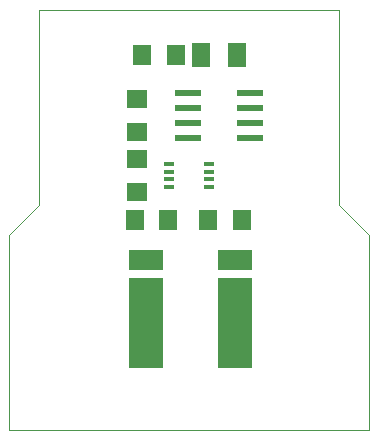
<source format=gtp>
G75*
%MOIN*%
%OFA0B0*%
%FSLAX24Y24*%
%IPPOS*%
%LPD*%
%AMOC8*
5,1,8,0,0,1.08239X$1,22.5*
%
%ADD10C,0.0000*%
%ADD11R,0.0354X0.0177*%
%ADD12R,0.0866X0.0236*%
%ADD13R,0.1161X0.0661*%
%ADD14R,0.1161X0.3000*%
%ADD15R,0.0630X0.0710*%
%ADD16R,0.0710X0.0630*%
%ADD17R,0.0591X0.0787*%
D10*
X000160Y000660D02*
X000160Y007160D01*
X001160Y008160D01*
X001160Y014660D01*
X011160Y014660D01*
X011160Y008160D01*
X012160Y007160D01*
X012160Y000660D01*
X000160Y000660D01*
D11*
X005485Y008776D03*
X005485Y009032D03*
X005485Y009288D03*
X005485Y009544D03*
X006835Y009544D03*
X006835Y009288D03*
X006835Y009032D03*
X006835Y008776D03*
D12*
X006136Y010410D03*
X006136Y010910D03*
X006136Y011410D03*
X006136Y011910D03*
X008184Y011910D03*
X008184Y011410D03*
X008184Y010910D03*
X008184Y010410D03*
D13*
X007682Y006329D03*
X004741Y006329D03*
D14*
X004741Y004258D03*
X007682Y004258D03*
D15*
X007920Y007660D03*
X006800Y007660D03*
X005470Y007660D03*
X004350Y007660D03*
X004600Y013160D03*
X005720Y013160D03*
D16*
X004410Y011720D03*
X004410Y010600D03*
X004410Y009720D03*
X004410Y008600D03*
D17*
X006569Y013160D03*
X007751Y013160D03*
M02*

</source>
